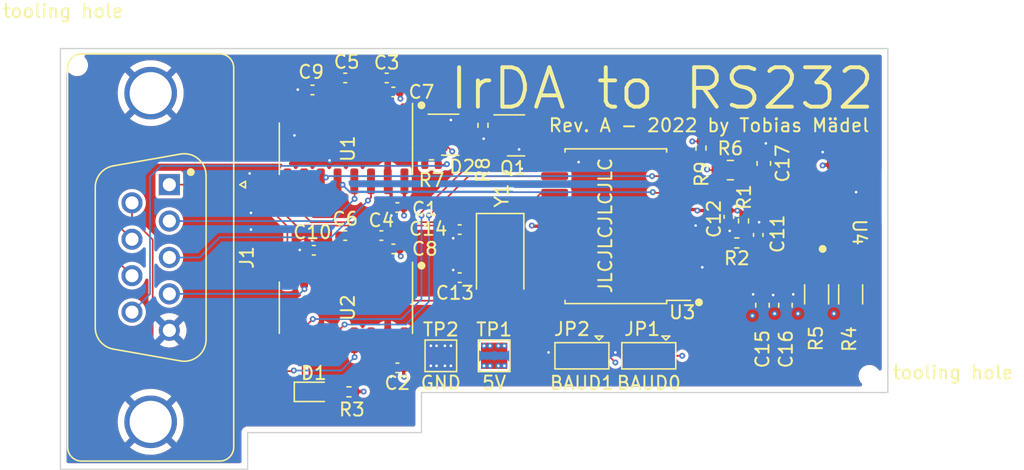
<source format=kicad_pcb>
(kicad_pcb (version 20211014) (generator pcbnew)
  (layers (0 "F.Cu" signal) (1 "In1.Cu" signal) (2 "In2.Cu" signal) (31 "B.Cu" signal) (34 "B.Paste" user) (35 "F.Paste" user) (36 "B.SilkS" user "B.Silkscreen") (37 "F.SilkS" user "F.Silkscreen") (38 "B.Mask" user) (39 "F.Mask" user) (44 "Edge.Cuts" user))
  (net 0 "")
  (net 1 "+5V")
  (net 2 "GND")
  (net 3 "Net-(C3-Pad1)")
  (net 4 "Net-(C3-Pad2)")
  (net 5 "Net-(C4-Pad1)")
  (net 6 "Net-(C4-Pad2)")
  (net 7 "Net-(C5-Pad1)")
  (net 8 "Net-(C5-Pad2)")
  (net 9 "Net-(C6-Pad1)")
  (net 10 "Net-(C6-Pad2)")
  (net 11 "Net-(C7-Pad1)")
  (net 12 "Net-(C8-Pad1)")
  (net 13 "Net-(C10-Pad1)")
  (net 14 "Net-(C11-Pad1)")
  (net 15 "Net-(C13-Pad1)")
  (net 16 "Net-(C14-Pad1)")
  (net 17 "Net-(R2-Pad2)")
  (net 18 "Net-(C9-Pad1)")
  (net 19 "Net-(C17-Pad2)")
  (net 21 "Net-(D1-Pad2)")
  (net 22 "Net-(R4-Pad2)")
  (net 23 "/BAUD0")
  (net 24 "/BAUD1")
  (net 26 "/RS232_DCD")
  (net 27 "/RS232_RXD")
  (net 28 "/RS232_TXD")
  (net 29 "/RS232_DTR")
  (net 30 "/RS232_DSR")
  (net 31 "/RS232_RTS")
  (net 32 "/RS232_CTS")
  (net 33 "/RS232_RING")
  (net 34 "/MCP_RTS")
  (net 35 "/MCP_CTS")
  (net 36 "/MCP_RX")
  (net 37 "/MCP_TX")
  (net 38 "/MCP_CD")
  (net 39 "/MCP_DSR")
  (net 40 "/MCP_DTR")
  (net 41 "/TXIR")
  (net 42 "/RXIR")
  (net 43 "Net-(D2-Pad3)")
  (net 44 "/MCP_RI")
  (footprint "TestPoint:TestPoint_Pad_2.0x2.0mm" (layer "F.Cu") (at 50.2261 66.294)
    (fp_text reference "TP1")
    (fp_text value "5V")
  )
  (footprint "Resistor_SMD:R_0402_1005Metric" (layer "F.Cu") (at 65.9384 50.4952 -90)
    (fp_text reference "R9")
    (fp_text value "10k")
  )
  (footprint "Resistor_SMD:R_0402_1005Metric" (layer "F.Cu") (at 49.3776 48.768 -90)
    (fp_text reference "R8")
    (fp_text value "100k")
  )
  (footprint "Capacitor_SMD:C_0402_1005Metric" (layer "F.Cu") (at 38.9128 45.1612 180)
    (fp_text reference "C5")
    (fp_text value "1uF 25V")
  )
  (footprint "Capacitor_SMD:C_0603_1608Metric" (layer "F.Cu") (at 72.3588 62.4465 -90)
    (fp_text reference "C16")
    (fp_text value "10µF")
  )
  (footprint "Resistor_SMD:R_0402_1005Metric" (layer "F.Cu") (at 39.1922 69.0372 180)
    (fp_text reference "R3")
    (fp_text value "10k")
  )
  (footprint "Capacitor_SMD:C_0402_1005Metric" (layer "F.Cu") (at 36.5252 58.2676 180)
    (fp_text reference "C10")
    (fp_text value "1uF 25V")
  )
  (footprint "Jumper:SolderJumper-3_P1.3mm_Bridged12_Pad1.0x1.5mm" (layer "F.Cu") (at 61.976 66.294 180)
    (fp_text reference "JP1")
    (fp_text value "BAUD0")
  )
  (footprint "Resistor_SMD:R_0402_1005Metric" (layer "F.Cu") (at 69.1745 56.0344 -90)
    (fp_text reference "R1")
    (fp_text value "10k")
  )
  (footprint "Resistor_SMD:R_1206_3216Metric" (layer "F.Cu") (at 77.3118 61.623 90)
    (fp_text reference "R4")
    (fp_text value "10R")
  )
  (footprint "TFDU4301:TFDU4301" (layer "F.Cu") (at 76.2865 54.1528 -90)
    (fp_text reference "U4")
    (fp_text value "TFDU4301")
  )
  (footprint "Package_SO:SOIC-16_3.9x9.9mm_P1.27mm" (layer "F.Cu") (at 38.9636 50.546 -90)
    (fp_text reference "U1")
    (fp_text value "MAX232")
  )
  (footprint "Package_TO_SOT_SMD:SOT-23" (layer "F.Cu") (at 51.8899 49.53)
    (fp_text reference "Q1")
    (fp_text value "2N7002")
  )
  (footprint "Capacitor_SMD:C_0402_1005Metric" (layer "F.Cu") (at 38.9128 57.15 180)
    (fp_text reference "C6")
    (fp_text value "1uF 25V")
  )
  (footprint "Crystal:Crystal_SMD_5032-2Pin_5.0x3.2mm" (layer "F.Cu") (at 50.6833 58.5216 -90)
    (fp_text reference "Y1")
    (fp_text value " 11.0592 MHz")
  )
  (footprint "Capacitor_SMD:C_0402_1005Metric" (layer "F.Cu") (at 42.5704 46.228)
    (fp_text reference "C7")
    (fp_text value "1uF 25V")
  )
  (footprint "Package_SO:SOIC-16_3.9x9.9mm_P1.27mm" (layer "F.Cu") (at 38.9636 62.6364 -90)
    (fp_text reference "U2")
    (fp_text value "MAX232")
  )
  (footprint "Capacitor_SMD:C_0402_1005Metric" (layer "F.Cu") (at 47.6073 60.3504 180)
    (fp_text reference "C13")
    (fp_text value "22pF")
  )
  (footprint "Capacitor_SMD:C_0402_1005Metric" (layer "F.Cu") (at 47.6073 56.6928 180)
    (fp_text reference "C14")
    (fp_text value "22pF")
  )
  (footprint "Capacitor_SMD:C_0402_1005Metric" (layer "F.Cu") (at 41.656 57.15)
    (fp_text reference "C4")
    (fp_text value "1uF 25V")
  )
  (footprint "ToolingHole:ToolingHole_JLCSMT" (layer "F.Cu") (at 78.74 67.818)
    (fp_text reference "H1" hide)
    (fp_text value "MountingHole")
  )
  (footprint "Capacitor_SMD:C_0603_1608Metric" (layer "F.Cu") (at 70.7136 51.6639 -90)
    (fp_text reference "C17")
    (fp_text value "10µF")
  )
  (footprint "LED_SMD:LED_0603_1608Metric" (layer "F.Cu") (at 36.5252 69.0372)
    (fp_text reference "D1")
    (fp_text value "IR link")
  )
  (footprint "Capacitor_SMD:C_0402_1005Metric" (layer "F.Cu") (at 42.8752 67.2084 180)
    (fp_text reference "C2")
    (fp_text value "1uF 25V")
  )
  (footprint "ToolingHole:ToolingHole_JLCSMT" (layer "F.Cu") (at 18.542 44.196)
    (fp_text reference "H2" hide)
    (fp_text value "MountingHole")
  )
  (footprint "Resistor_SMD:R_1206_3216Metric" (layer "F.Cu") (at 74.7268 61.623 90)
    (fp_text reference "R5")
    (fp_text value "10R")
  )
  (footprint "Capacitor_SMD:C_0402_1005Metric" (layer "F.Cu") (at 70.2921 57.1012 90)
    (fp_text reference "C11")
    (fp_text value "100nF")
  )
  (footprint "Capacitor_SMD:C_0402_1005Metric" (layer "F.Cu") (at 42.5704 58.166)
    (fp_text reference "C8")
    (fp_text value "1uF 25V")
  )
  (footprint "Package_TO_SOT_SMD:SOT-23" (layer "F.Cu") (at 46.8884 49.4792)
    (fp_text reference "D2")
    (fp_text value "BAV99")
  )
  (footprint "Capacitor_SMD:C_0402_1005Metric" (layer "F.Cu") (at 42.0624 45.1612)
    (fp_text reference "C3")
    (fp_text value "1uF 25V")
  )
  (footprint "Capacitor_SMD:C_0402_1005Metric" (layer "F.Cu") (at 68.0569 55.7276 -90)
    (fp_text reference "C12")
    (fp_text value "1uF 25V")
  )
  (footprint "Package_SO:SOIC-18W_7.5x11.6mm_P1.27mm" (layer "F.Cu") (at 59.4717 56.4388 180)
    (fp_text reference "U3")
    (fp_text value "MCP2155")
  )
  (footprint "Connector_Dsub:DSUB-9_Male_Vertical_P2.77x2.84mm_MountingHoles" (layer "F.Cu") (at 25.548931 53.2764 -90)
    (fp_text reference "J1")
    (fp_text value "RS232")
  )
  (footprint "Capacitor_SMD:C_0603_1608Metric" (layer "F.Cu") (at 70.612 62.4465 -90)
    (fp_text reference "C15")
    (fp_text value "10µF")
  )
  (footprint "Resistor_SMD:R_0402_1005Metric" (layer "F.Cu") (at 45.466 51.7652 180)
    (fp_text reference "R7")
    (fp_text value "10k")
  )
  (footprint "Resistor_SMD:R_0402_1005Metric" (layer "F.Cu") (at 68.6665 57.7108 180)
    (fp_text reference "R2")
    (fp_text value "10k")
  )
  (footprint "Resistor_SMD:R_0805_2012Metric" (layer "F.Cu") (at 68.1736 52.1719)
    (fp_text reference "R6")
    (fp_text value "4.7R")
  )
  (footprint "Capacitor_SMD:C_0402_1005Metric" (layer "F.Cu") (at 36.4236 46.0756 180)
    (fp_text reference "C9")
    (fp_text value "1uF 25V")
  )
  (footprint "Jumper:SolderJumper-3_P1.3mm_Bridged12_Pad1.0x1.5mm" (layer "F.Cu") (at 56.896 66.294 180)
    (fp_text reference "JP2")
    (fp_text value "BAUD1")
  )
  (footprint "Capacitor_SMD:C_0402_1005Metric" (layer "F.Cu") (at 42.8752 55.0164 180)
    (fp_text reference "C1")
    (fp_text value "1uF 25V")
  )
  (footprint "TestPoint:TestPoint_Pad_2.0x2.0mm" (layer "F.Cu") (at 46.1761 66.294)
    (fp_text reference "TP2")
    (fp_text value "GND")
  )
  (gr_circle (center 65.786 62.23) (end 65.936 62.23) (layer "F.SilkS") (width 0.3) (fill solid))
  (gr_circle (center 44.704 47.244) (end 44.854 47.244) (layer "F.SilkS") (width 0.3) (fill solid))
  (gr_circle (center 75.184 58.166) (end 75.334 58.166) (layer "F.SilkS") (width 0.3) (fill solid))
  (gr_circle (center 27.178 52.324) (end 27.328 52.324) (layer "F.SilkS") (width 0.3) (fill solid))
  (gr_circle (center 44.704 59.436) (end 44.854 59.436) (layer "F.SilkS") (width 0.3) (fill solid))
  (gr_line (start 31.496 72.136) (end 44.704 72.136) (layer "Edge.Cuts") (width 0.1))
  (gr_line (start 44.704 72.136) (end 44.704 69.088) (layer "Edge.Cuts") (width 0.1))
  (gr_line (start 31.496 74.93) (end 17.272 74.93) (layer "Edge.Cuts") (width 0.1))
  (gr_line (start 17.272 74.93) (end 17.272 42.926) (layer "Edge.Cuts") (width 0.1))
  (gr_line (start 17.272 42.926) (end 80.137 42.926) (layer "Edge.Cuts") (width 0.1))
  (gr_line (start 44.704 69.088) (end 80.137 69.088) (layer "Edge.Cuts") (width 0.1))
  (gr_line (start 80.137 42.926) (end 80.137 69.088) (layer "Edge.Cuts") (width 0.1))
  (gr_line (start 31.496 74.93) (end 31.496 72.136) (layer "Edge.Cuts") (width 0.1))
  (gr_text "IrDA to RS232" (at 62.992 45.974) (layer "F.SilkS") (effects (font (size 3 3) (thickness 0.3))))
  (gr_text "JLCJLCJLCJLC" (at 58.674 56.388 90) (layer "F.SilkS") (effects (font (size 1 1))))
  (gr_text "Rev. A - 2022 by Tobias Mädel" (at 66.548 48.768) (layer "F.SilkS") (effects (font (size 1 1))))
  (segment (start 43.0504 58.646) (end 43.1292 58.7248) (width 0.254) (layer "F.Cu") (net 1))
  (segment (start 43.3552 67.2084) (end 43.3552 65.1648) (width 0.254) (layer "F.Cu") (net 1))
  (segment (start 60.198 55.118) (end 64.0709 55.118) (width 0.254) (layer "F.Cu") (net 1))
  (segment (start 65.9384 49.9852) (end 65.28 49.9852) (width 0.127) (layer "F.Cu") (net 1))
  (segment (start 63.276 66.294) (end 64.516 66.294) (width 0.127) (layer "F.Cu") (net 1))
  (segment (start 70.612 63.2215) (end 69.8745 63.2215) (width 1) (layer "F.Cu") (net 1))
  (segment (start 43.3552 55.0164) (end 43.3552 55.6234) (width 0.254) (layer "F.Cu") (net 1))
  (segment (start 43.3552 67.2084) (end 43.3552 67.8662) (width 0.254) (layer "F.Cu") (net 1))
  (segment (start 58.196 66.294) (end 58.928 66.294) (width 0.127) (layer "F.Cu") (net 1))
  (segment (start 43.0504 58.166) (end 43.0504 58.646) (width 0.254) (layer "F.Cu") (net 1))
  (segment (start 39.7022 69.0372) (end 39.9288 69.0372) (width 0.254) (layer "F.Cu") (net 1))
  (segment (start 54.8217 56.4388) (end 58.8772 56.4388) (width 0.254) (layer "F.Cu") (net 1))
  (segment (start 43.0504 46.6826) (end 43.1038 46.736) (width 0.254) (layer "F.Cu") (net 1))
  (segment (start 73.3125 63.0855) (end 71.5345 63.0855) (width 1) (layer "F.Cu") (net 1))
  (segment (start 45.9509 50.4292) (end 46.7208 50.4292) (width 0.127) (layer "F.Cu") (net 1))
  (segment (start 54.8217 56.4388) (end 53.1368 56.4388) (width 0.254) (layer "F.Cu") (net 1))
  (segment (start 65.28 49.9852) (end 65.278 49.9872) (width 0.127) (layer "F.Cu") (net 1))
  (segment (start 75.2222 51.7778) (end 75.184 51.816) (width 0.3) (layer "F.Cu") (net 1))
  (segment (start 68.0569 55.2476) (end 65.6616 55.2476) (width 0.254) (layer "F.Cu") (net 1))
  (segment (start 71.5345 63.0855) (end 70.748 63.0855) (width 1) (layer "F.Cu") (net 1))
  (segment (start 43.3552 55.6234) (end 43.434 55.7022) (width 0.254) (layer "F.Cu") (net 1))
  (segment (start 39.9288 69.0372) (end 39.9542 69.0118) (width 0.254) (layer "F.Cu") (net 1))
  (segment (start 77.3118 63.0855) (end 76.0395 63.0855) (width 1) (layer "F.Cu") (net 1))
  (segment (start 65.5828 55.1688) (end 65.6616 55.2476) (width 0.254) (layer "F.Cu") (net 1))
  (segment (start 43.0504 46.228) (end 43.0504 46.6826) (width 0.254) (layer "F.Cu") (net 1))
  (segment (start 67.2611 52.1719) (end 66.4467 52.1719) (width 0.127) (layer "F.Cu") (net 1))
  (segment (start 68.8977 55.2476) (end 69.1745 55.5244) (width 0.254) (layer "F.Cu") (net 1))
  (segment (start 76.2865 51.7778) (end 75.2222 51.7778) (width 0.3) (layer "F.Cu") (net 1))
  (segment (start 71.6705 63.2215) (end 71.5345 63.0855) (width 1) (layer "F.Cu") (net 1))
  (segment (start 72.3588 63.2215) (end 71.6705 63.2215) (width 1) (layer "F.Cu") (net 1))
  (segment (start 46.7208 50.4292) (end 47.0408 50.7492) (width 0.127) (layer "F.Cu") (net 1))
  (segment (start 74.7268 63.0855) (end 73.3125 63.0855) (width 1) (layer "F.Cu") (net 1))
  (segment (start 43.3552 65.1648) (end 43.4086 65.1114) (width 0.254) (layer "F.Cu") (net 1))
  (segment (start 70.748 63.0855) (end 70.612 63.2215) (width 1) (layer "F.Cu") (net 1))
  (segment (start 69.8745 63.2215) (end 69.85 63.246) (width 1) (layer "F.Cu") (net 1))
  (segment (start 64.1217 55.1688) (end 65.5828 55.1688) (width 0.254) (layer "F.Cu") (net 1))
  (segment (start 43.4086 54.963) (end 43.3552 55.0164) (width 0.254) (layer "F.Cu") (net 1))
  (segment (start 58.8772 56.4388) (end 60.198 55.118) (width 0.254) (layer "F.Cu") (net 1))
  (segment (start 53.1368 56.4388) (end 53.086 56.388) (width 0.254) (layer "F.Cu") (net 1))
  (segment (start 66.4467 52.1719) (end 66.3956 52.1208) (width 0.127) (layer "F.Cu") (net 1))
  (segment (start 58.928 66.294) (end 59.436 66.802) (width 0.127) (layer "F.Cu") (net 1))
  (segment (start 68.0569 55.2476) (end 68.8977 55.2476) (width 0.254) (layer "F.Cu") (net 1))
  (segment (start 39.9542 69.0118) (end 40.3098 69.0118) (width 0.254) (layer "F.Cu") (net 1))
  (segment (start 43.4086 53.021) (end 43.4086 54.963) (width 0.254) (layer "F.Cu") (net 1))
  (segment (start 76.0395 63.0855) (end 73.3125 63.0855) (width 1) (layer "F.Cu") (net 1))
  (segment (start 43.3552 67.8662) (end 43.3832 67.8942) (width 0.254) (layer "F.Cu") (net 1))
  (segment (start 64.0709 55.118) (end 64.1217 55.1688) (width 0.254) (layer "F.Cu") (net 1))
  (via (at 65.6616 55.2476) (size 0.45) (drill 0.2) (layers "F.Cu" "B.Cu") (net 1))
  (via (at 43.3832 67.8942) (size 0.45) (drill 0.2) (layers "F.Cu" "B.Cu") (net 1))
  (via (at 65.278 49.9872) (size 0.45) (drill 0.2) (layers "F.Cu" "B.Cu") (net 1))
  (via (at 50.546 65.532) (size 0.45) (drill 0.2) (layers "F.Cu" "B.Cu") (net 1))
  (via (at 59.436 66.802) (size 0.45) (drill 0.2) (layers "F.Cu" "B.Cu") (net 1))
  (via (at 40.3098 69.0118) (size 0.45) (drill 0.2) (layers "F.Cu" "B.Cu") (net 1))
  (via (at 66.3956 52.1208) (size 0.45) (drill 0.2) (layers "F.Cu" "B.Cu") (net 1))
  (via (at 49.911 65.532) (size 0.45) (drill 0.2) (layers "F.Cu" "B.Cu") (net 1))
  (via (at 49.4538 65.532) (size 0.45) (drill 0.2) (layers "F.Cu" "B.Cu") (net 1))
  (via (at 76.0395 63.0855) (size 0.45) (drill 0.2) (layers "F.Cu" "B.Cu") (net 1))
  (via (at 49.911 67.056) (size 0.45) (drill 0.2) (layers "F.Cu" "B.Cu") (net 1))
  (via (at 49.4538 67.056) (size 0.45) (drill 0.2) (layers "F.Cu" "B.Cu") (net 1))
  (via (at 51.0032 67.056) (size 0.45) (drill 0.2) (layers "F.Cu" "B.Cu") (net 1))
  (via (at 50.546 67.056) (size 0.45) (drill 0.2) (layers "F.Cu" "B.Cu") (net 1))
  (via (at 51.0032 65.532) (size 0.45) (drill 0.2) (layers "F.Cu" "B.Cu") (net 1))
  (via (at 43.1292 58.7248) (size 0.45) (drill 0.2) (layers "F.Cu" "B.Cu") (net 1))
  (via (at 43.1038 46.736) (size 0.45) (drill 0.2) (layers "F.Cu" "B.Cu") (net 1))
  (via (at 68.7096 55.2476) (size 0.45) (drill 0.2) (layers "F.Cu" "B.Cu") (net 1))
  (via (at 64.516 66.294) (size 0.45) (drill 0.2) (layers "F.Cu" "B.Cu") (net 1))
  (via (at 47.0408 50.7492) (size 0.45) (drill 0.2) (layers "F.Cu" "B.Cu") (net 1))
  (via (at 75.184 51.816) (size 0.45) (drill 0.2) (layers "F.Cu" "B.Cu") (net 1))
  (via (at 71.5345 63.0855) (size 0.45) (drill 0.2) (layers "F.Cu" "B.Cu") (net 1))
  (via (at 73.3125 63.0855) (size 0.45) (drill 0.2) (layers "F.Cu" "B.Cu") (net 1))
  (via (at 69.85 63.246) (size 0.45) (drill 0.2) (layers "F.Cu" "B.Cu") (net 1))
  (via (at 43.3832 55.626) (size 0.45) (drill 0.2) (layers "F.Cu" "B.Cu") (net 1))
  (via (at 53.086 56.388) (size 0.45) (drill 0.2) (layers "F.Cu" "B.Cu") (net 1))
  (segment (start 36.0452 58.2676) (end 35.4838 58.2676) (width 0.254) (layer "F.Cu") (net 2))
  (segment (start 64.1217 56.4388) (end 65.4812 56.4388) (width 0.254) (layer "F.Cu") (net 2))
  (segment (start 72.3588 61.6715) (end 72.8977 61.6715) (width 1) (layer "F.Cu") (net 2))
  (segment (start 47.1273 56.6928) (end 47.1273 57.3429) (width 0.254) (layer "F.Cu") (net 2))
  (segment (start 59.69 66.294) (end 59.436 66.04) (width 0.127) (layer "F.Cu") (net 2))
  (segment (start 69.9519 61.6715) (end 69.9008 61.6204) (width 1) (layer "F.Cu") (net 2))
  (segment (start 37.7444 67.2084) (end 42.3952 67.2084) (width 0.127) (layer "F.Cu") (net 2))
  (segment (start 72.8977 61.6715) (end 72.9488 61.6204) (width 1) (layer "F.Cu") (net 2))
  (segment (start 70.7136 50.8889) (end 70.7136 50.292) (width 0.5) (layer "F.Cu") (net 2))
  (segment (start 70.7136 50.292) (end 70.866 50.1396) (width 0.5) (layer "F.Cu") (net 2))
  (segment (start 47.1273 57.3429) (end 47.117 57.3532) (width 0.254) (layer "F.Cu") (net 2))
  (segment (start 70.2921 56.6212) (end 70.2921 56.1999) (width 0.5) (layer "F.Cu") (net 2))
  (segment (start 42.3952 55.0164) (end 42.3952 53.2776) (width 0.254) (layer "F.Cu") (net 2))
  (segment (start 50.9524 50.48) (end 52.004 50.48) (width 0.127) (layer "F.Cu") (net 2))
  (segment (start 35.3314 46.0756) (end 35.306 46.0502) (width 0.254) (layer "F.Cu") (net 2))
  (segment (start 42.3952 67.2084) (end 42.3952 67.8916) (width 0.254) (layer "F.Cu") (net 2))
  (segment (start 47.1273 60.3504) (end 47.1273 59.7765) (width 0.254) (layer "F.Cu") (net 2))
  (segment (start 46.7716 48.5292) (end 46.9392 48.3616) (width 0.127) (layer "F.Cu") (net 2))
  (segment (start 65.7124 56.2076) (end 65.532 56.388) (width 0.254) (layer "F.Cu") (net 2))
  (segment (start 49.3776 49.7332) (end 49.4284 49.784) (width 0.127) (layer "F.Cu") (net 2))
  (segment (start 60.676 66.294) (end 59.69 66.294) (width 0.127) (layer "F.Cu") (net 2))
  (segment (start 70.2921 56.1999) (end 70.358 56.134) (width 0.5) (layer "F.Cu") (net 2))
  (segment (start 47.117 57.3532) (end 47.117 59.7662) (width 0.254) (layer "F.Cu") (net 2))
  (segment (start 42.3952 55.7048) (end 42.418 55.7276) (width 0.254) (layer "F.Cu") (net 2))
  (segment (start 45.9509 48.5292) (end 46.7716 48.5292) (width 0.127) (layer "F.Cu") (net 2))
  (segment (start 77.5538 53.6778) (end 77.724 53.848) (width 1) (layer "F.Cu") (net 2))
  (segment (start 68.0569 56.2076) (end 68.0569 56.7285) (width 0.254) (layer "F.Cu") (net 2))
  (segment (start 70.612 61.6715) (end 69.9519 61.6715) (width 1) (layer "F.Cu") (net 2))
  (segment (start 42.3952 55.0164) (end 42.3952 55.7048) (width 0.254) (layer "F.Cu") (net 2))
  (segment (start 49.3776 49.278) (end 50.5796 50.48) (width 0.127) (layer "F.Cu") (net 2))
  (segment (start 72.3588 61.6715) (end 70.612 61.6715) (width 1) (layer "F.Cu") (net 2))
  (segment (start 42.3952 67.8916) (end 42.3926 67.8942) (width 0.254) (layer "F.Cu") (net 2))
  (segment (start 54.61 66.294) (end 54.356 66.04) (width 0.127) (layer "F.Cu") (net 2))
  (segment (start 68.0569 56.7285) (end 68.1228 56.7944) (width 0.254) (layer "F.Cu") (net 2))
  (segment (start 42.1386 66.9518) (end 42.3952 67.2084) (width 0.254) (layer "F.Cu") (net 2))
  (segment (start 37.0586 66.5226) (end 37.0586 65.1114) (width 0.127) (layer "F.Cu") (net 2))
  (segment (start 52.004 50.48) (end 52.1208 50.5968) (width 0.127) (layer "F.Cu") (net 2))
  (segment (start 35.4838 58.2676) (end 35.4584 58.2422) (width 0.254) (layer "F.Cu") (net 2))
  (segment (start 50.5796 50.48) (end 50.9524 50.48) (width 0.127) (layer "F.Cu") (net 2))
  (segment (start 49.3776 49.278) (end 49.3776 49.7332) (width 0.127) (layer "F.Cu") (net 2))
  (segment (start 37.7444 67.2084) (end 37.0586 66.5226) (width 0.127) (layer "F.Cu") (net 2))
  (segment (start 42.3952 53.2776) (end 42.1386 53.021) (width 0.254) (layer "F.Cu") (net 2))
  (segment (start 68.0569 56.2076) (end 65.7124 56.2076) (width 0.254) (layer "F.Cu") (net 2))
  (segment (start 76.2865 53.6778) (end 77.5538 53.6778) (width 1) (layer "F.Cu") (net 2))
  (segment (start 35.9436 46.0756) (end 35.3314 46.0756) (width 0.254) (layer "F.Cu") (net 2))
  (segment (start 70.7747 50.8278) (end 76.2865 50.8278) (width 0.5) (layer "F.Cu") (net 2))
  (segment (start 65.4812 56.4388) (end 65.532 56.388) (width 0.254) (layer "F.Cu") (net 2))
  (segment (start 75.2118 50.8278) (end 75.184 50.8) (width 0.3) (layer "F.Cu") (net 2))
  (segment (start 47.1273 59.7765) (end 47.117 59.7662) (width 0.254) (layer "F.Cu") (net 2))
  (segment (start 70.7136 50.8889) (end 70.7747 50.8278) (width 0.5) (layer "F.Cu") (net 2))
  (segment (start 55.596 66.294) (end 54.61 66.294) (width 0.127) (layer "F.Cu") (net 2))
  (segment (start 42.1386 65.1114) (end 42.1386 66.9518) (width 0.254) (layer "F.Cu") (net 2))
  (via (at 52.324 52.07) (size 0.45) (drill 0.2) (layers "F.Cu" "B.Cu") (net 2))
  (via (at 46.9392 67.056) (size 0.45) (drill 0.2) (layers "F.Cu" "B.Cu") (net 2))
  (via (at 42.418 55.626) (size 0.45) (drill 0.2) (layers "F.Cu" "B.Cu") (net 2))
  (via (at 46.9392 48.3616) (size 0.45) (drill 0.2) (layers "F.Cu" "B.Cu") (net 2))
  (via (at 68.1228 56.7944) (size 0.45) (drill 0.2) (layers "F.Cu" "B.Cu") (net 2))
  (via (at 31.75 55.4228) (size 0.45) (drill 0.2) (layers "F.Cu" "B.Cu") (net 2))
  (via (at 56.642 51.562) (size 0.45) (drill 0.2) (layers "F.Cu" "B.Cu") (net 2))
  (via (at 70.358 56.134) (size 0.45) (drill 0.2) (layers "F.Cu" "B.Cu") (net 2))
  (via (at 46.9392 65.532) (size 0.45) (drill 0.2) (layers "F.Cu" "B.Cu") (net 2))
  (via (at 35.052 49.53) (size 0.45) (drill 0.2) (layers "F.Cu" "B.Cu") (net 2))
  (via (at 45.847 65.532) (size 0.45) (drill 0.2) (layers "F.Cu" "B.Cu") (net 2))
  (via (at 47.117 59.7662) (size 0.45) (drill 0.2) (layers "F.Cu" "B.Cu") (net 2))
  (via (at 52.1208 50.5968) (size 0.45) (drill 0.2) (layers "F.Cu" "B.Cu") (net 2))
  (via (at 75.184 50.8) (size 0.45) (drill 0.2) (layers "F.Cu" "B.Cu") (net 2))
  (via (at 66.04 59.563) (size 0.45) (drill 0.2) (layers "F.Cu" "B.Cu") (net 2))
  (via (at 46.482 65.532) (size 0.45) (drill 0.2) (layers "F.Cu" "B.Cu") (net 2))
  (via (at 72.9488 61.6204) (size 0.45) (drill 0.2) (layers "F.Cu" "B.Cu") (net 2))
  (via (at 70.866 50.1396) (size 0.45) (drill 0.2) (layers "F.Cu" "B.Cu") (net 2))
  (via (at 54.356 66.04) (size 0.45) (drill 0.2) (layers "F.Cu" "B.Cu") (net 2))
  (via (at 31.6484 52.4256) (size 0.45) (drill 0.2) (layers "F.Cu" "B.Cu") (net 2))
  (via (at 69.9008 61.6204) (size 0.45) (drill 0.2) (layers "F.Cu" "B.Cu") (net 2))
  (via (at 49.4284 49.784) (size 0.45) (drill 0.2) (layers "F.Cu" "B.Cu") (net 2))
  (via (at 45.847 67.056) (size 0.45) (drill 0.2) (layers "F.Cu" "B.Cu") (net 2))
  (via (at 31.75 56.6928) (size 0.45) (drill 0.2) (layers "F.Cu" "B.Cu") (net 2))
  (via (at 46.482 67.056) (size 0.45) (drill 0.2) (layers "F.Cu" "B.Cu") (net 2))
  (via (at 35.4584 58.2422) (size 0.45) (drill 0.2) (layers "F.Cu" "B.Cu") (net 2))
  (via (at 59.436 66.04) (size 0.45) (drill 0.2) (layers "F.Cu" "B.Cu") (net 2))
  (via (at 35.306 46.0502) (size 0.45) (drill 0.2) (layers "F.Cu" "B.Cu") (net 2))
  (via (at 65.532 56.388) (size 0.45) (drill 0.2) (layers "F.Cu" "B.Cu") (net 2))
  (via (at 77.724 53.848) (size 0.45) (drill 0.2) (layers "F.Cu" "B.Cu") (net 2))
  (via (at 45.4152 67.056) (size 0.45) (drill 0.2) (layers "F.Cu" "B.Cu") (net 2))
  (via (at 42.3926 67.8942) (size 0.45) (drill 0.2) (layers "F.Cu" "B.Cu") (net 2))
  (via (at 45.4152 65.532) (size 0.45) (drill 0.2) (layers "F.Cu" "B.Cu") (net 2))
  (via (at 71.4245 61.6715) (size 0.45) (drill 0.2) (layers "F.Cu" "B.Cu") (net 2))
  (via (at 37.719 51.435) (size 0.45) (drill 0.2) (layers "F.Cu" "B.Cu") (net 2))
  (via (at 47.117 57.3532) (size 0.45) (drill 0.2) (layers "F.Cu" "B.Cu") (net 2))
  (segment (start 40.8686 45.875) (end 40.8686 48.071) (width 0.254) (layer "F.Cu") (net 3))
  (segment (start 41.5824 45.1612) (end 40.8686 45.875) (width 0.254) (layer "F.Cu") (net 3))
  (segment (start 43.4086 48.071) (end 43.4086 47.244) (width 0.254) (layer "F.Cu") (net 4))
  (segment (start 43.7388 47.7408) (end 43.7388 45.5676) (width 0.254) (layer "F.Cu") (net 4))
  (segment (start 43.3324 45.1612) (end 43.7388 45.5676) (width 0.254) (layer "F.Cu") (net 4))
  (segment (start 42.5424 45.1612) (end 43.3324 45.1612) (width 0.254) (layer "F.Cu") (net 4))
  (segment (start 43.4086 48.071) (end 43.7388 47.7408) (width 0.254) (layer "F.Cu") (net 4))
  (segment (start 40.8686 57.4574) (end 41.176 57.15) (width 0.254) (layer "F.Cu") (net 5))
  (segment (start 40.8686 60.1614) (end 40.8686 57.4574) (width 0.254) (layer "F.Cu") (net 5))
  (segment (start 43.7896 59.7804) (end 43.7896 58.2422) (width 0.254) (layer "F.Cu") (net 6))
  (segment (start 43.7896 58.2422) (end 43.7896 57.5818) (width 0.254) (layer "F.Cu") (net 6))
  (segment (start 42.136 57.15) (end 43.3578 57.15) (width 0.254) (layer "F.Cu") (net 6))
  (segment (start 43.3578 57.15) (end 43.7896 57.5818) (width 0.254) (layer "F.Cu") (net 6))
  (segment (start 43.4086 60.1614) (end 43.7896 59.7804) (width 0.254) (layer "F.Cu") (net 6))
  (segment (start 39.5986 45.367) (end 39.3928 45.1612) (width 0.254) (layer "F.Cu") (net 7))
  (segment (start 39.5986 48.071) (end 39.5986 45.367) (width 0.254) (layer "F.Cu") (net 7))
  (segment (start 38.3286 45.2654) (end 38.4328 45.1612) (width 0.254) (layer "F.Cu") (net 8))
  (segment (start 38.3286 48.071) (end 38.3286 45.2654) (width 0.254) (layer "F.Cu") (net 8))
  (segment (start 39.5986 57.3558) (end 39.3928 57.15) (width 0.254) (layer "F.Cu") (net 9))
  (segment (start 39.5986 60.1614) (end 39.5986 57.3558) (width 0.254) (layer "F.Cu") (net 9))
  (segment (start 38.3286 60.1614) (end 38.3286 57.2542) (width 0.254) (layer "F.Cu") (net 10))
  (segment (start 38.3286 57.2542) (end 38.4328 57.15) (width 0.254) (layer "F.Cu") (net 10))
  (segment (start 42.0904 46.228) (end 42.0904 48.0228) (width 0.254) (layer "F.Cu") (net 11))
  (segment (start 42.0904 48.0228) (end 42.1386 48.071) (width 0.254) (layer "F.Cu") (net 11))
  (segment (start 42.0904 60.1132) (end 42.1386 60.1614) (width 0.254) (layer "F.Cu") (net 12))
  (segment (start 42.0904 58.166) (end 42.0904 60.1132) (width 0.254) (layer "F.Cu") (net 12))
  (segment (start 37.0586 60.1614) (end 37.0586 58.321) (width 0.254) (layer "F.Cu") (net 13))
  (segment (start 37.0586 58.321) (end 37.0052 58.2676) (width 0.254) (layer "F.Cu") (net 13))
  (segment (start 70.1625 57.7108) (end 70.2921 57.5812) (width 0.127) (layer "F.Cu") (net 14))
  (segment (start 69.1745 57.7088) (end 69.1765 57.7108) (width 0.127) (layer "F.Cu") (net 14))
  (segment (start 69.1765 57.7108) (end 70.1625 57.7108) (width 0.127) (layer "F.Cu") (net 14))
  (segment (start 69.1745 56.5444) (end 69.1745 57.7088) (width 0.127) (layer "F.Cu") (net 14))
  (segment (start 54.8217 58.9788) (end 52.0761 58.9788) (width 0.254) (layer "F.Cu") (net 15))
  (segment (start 52.0761 58.9788) (end 50.6833 60.3716) (width 0.254) (layer "F.Cu") (net 15))
  (segment (start 48.1085 60.3716) (end 48.0873 60.3504) (width 0.254) (layer "F.Cu") (net 15))
  (segment (start 50.6833 60.3716) (end 48.1085 60.3716) (width 0.254) (layer "F.Cu") (net 15))
  (segment (start 48.1085 56.6716) (end 50.6833 56.6716) (width 0.254) (layer "F.Cu") (net 16))
  (segment (start 51.7205 57.7088) (end 54.8217 57.7088) (width 0.254) (layer "F.Cu") (net 16))
  (segment (start 50.6833 56.6716) (end 51.7205 57.7088) (width 0.254) (layer "F.Cu") (net 16))
  (segment (start 48.0873 56.6928) (end 48.1085 56.6716) (width 0.254) (layer "F.Cu") (net 16))
  (segment (start 64.1217 57.7088) (end 68.1545 57.7088) (width 0.127) (layer "F.Cu") (net 17))
  (segment (start 68.1545 57.7088) (end 68.1565 57.7108) (width 0.127) (layer "F.Cu") (net 17))
  (segment (start 36.9036 47.916) (end 37.0586 48.071) (width 0.254) (layer "F.Cu") (net 18))
  (segment (start 36.9036 46.0756) (end 36.9036 47.916) (width 0.254) (layer "F.Cu") (net 18))
  (segment (start 69.642 52.7278) (end 76.2865 52.7278) (width 0.5) (layer "F.Cu") (net 19))
  (segment (start 69.0861 52.1719) (end 69.642 52.7278) (width 0.5) (layer "F.Cu") (net 19))
  (segment (start 38.6822 69.0372) (end 37.3127 69.0372) (width 0.254) (layer "F.Cu") (net 21))
  (segment (start 77.3118 60.1605) (end 76.9245 60.1605) (width 1) (layer "F.Cu") (net 22))
  (segment (start 77.3118 60.1605) (end 77.3118 59.6261) (width 1) (layer "F.Cu") (net 22))
  (segment (start 76.9245 60.1605) (end 76.2 59.436) (width 1) (layer "F.Cu") (net 22))
  (segment (start 76.2865 57.4778) (end 76.2865 58.6008) (width 1) (layer "F.Cu") (net 22))
  (segment (start 76.2865 58.6008) (end 74.7268 60.1605) (width 1) (layer "F.Cu") (net 22))
  (segment (start 77.3118 59.6261) (end 76.2865 58.6008) (width 1) (layer "F.Cu") (net 22))
  (segment (start 77.3118 60.1605) (end 74.7268 60.1605) (width 1) (layer "F.Cu") (net 22))
  (segment (start 61.976 65.024) (end 61.976 66.294) (width 0.127) (layer "F.Cu") (net 23))
  (segment (start 64.1217 61.5188) (end 64.1217 62.8783) (width 0.127) (layer "F.Cu") (net 23))
  (segment (start 64.1217 62.8783) (end 61.976 65.024) (width 0.127) (layer "F.Cu") (net 23))
  (segment (start 54.8217 62.9497) (end 54.8217 61.5188) (width 0.127) (layer "F.Cu") (net 24))
  (segment (start 56.896 65.024) (end 54.8217 62.9497) (width 0.127) (layer "F.Cu") (net 24))
  (segment (start 56.896 66.294) (end 56.896 65.024) (width 0.127) (layer "F.Cu") (net 24))
  (segment (start 34.5186 56.4642) (end 31.3308 53.2764) (width 0.127) (layer "F.Cu") (net 26))
  (segment (start 34.5186 60.1614) (end 34.5186 56.4642) (width 0.127) (layer "F.Cu") (net 26))
  (segment (start 31.3308 53.2764) (end 25.548931 53.2764) (width 0.127) (layer "F.Cu") (net 26))
  (segment (start 39.624 54.356) (end 39.624 53.0464) (width 0.127) (layer "F.Cu") (net 27))
  (segment (start 39.624 53.0464) (end 39.5986 53.021) (width 0.127) (layer "F.Cu") (net 27))
  (via (at 39.624 54.356) (size 0.45) (drill 0.2) (layers "F.Cu" "B.Cu") (net 27))
  (segment (start 37.9336 56.0464) (end 39.624 54.356) (width 0.127) (layer "B.Cu") (net 27))
  (segment (start 25.548931 56.0464) (end 37.9336 56.0464) (width 0.127) (layer "B.Cu") (net 27))
  (segment (start 40.8686 53.021) (end 40.8686 54.2544) (width 0.127) (layer "F.Cu") (net 28))
  (segment (start 40.8686 54.2544) (end 40.64 54.483) (width 0.127) (layer "F.Cu") (net 28))
  (via (at 40.64 54.483) (size 0.45) (drill 0.2) (layers "F.Cu" "B.Cu") (net 28))
  (segment (start 37.846 57.277) (end 40.64 54.483) (width 0.127) (layer "B.Cu") (net 28))
  (segment (start 25.548931 58.8164) (end 27.8484 58.8164) (width 0.127) (layer "B.Cu") (net 28))
  (segment (start 27.8484 58.8164) (end 29.3878 57.277) (width 0.127) (layer "B.Cu") (net 28))
  (segment (start 29.3878 57.277) (end 37.846 57.277) (width 0.127) (layer "B.Cu") (net 28))
  (segment (start 35.814 60.1868) (end 35.7886 60.1614) (width 0.127) (layer "F.Cu") (net 29))
  (segment (start 35.814 61.214) (end 35.814 60.1868) (width 0.127) (layer "F.Cu") (net 29))
  (via (at 35.814 61.214) (size 0.45) (drill 0.2) (layers "F.Cu" "B.Cu") (net 29))
  (segment (start 35.4416 61.5864) (end 35.814 61.214) (width 0.127) (layer "B.Cu") (net 29))
  (segment (start 25.548931 61.5864) (end 35.4416 61.5864) (width 0.127) (layer "B.Cu") (net 29))
  (segment (start 22.708931 54.6614) (end 22.708931 55.881331) (width 0.127) (layer "F.Cu") (net 30))
  (segment (start 24.2824 65.9384) (end 25.8064 67.4624) (width 0.127) (layer "F.Cu") (net 30))
  (segment (start 24.2824 57.4548) (end 24.2824 62.8396) (width 0.127) (layer "F.Cu") (net 30))
  (segment (start 34.9504 67.4624) (end 35.0012 67.4116) (width 0.127) (layer "F.Cu") (net 30))
  (segment (start 25.8064 67.4624) (end 34.9504 67.4624) (width 0.127) (layer "F.Cu") (net 30))
  (segment (start 39.5986 66.3702) (end 39.5986 65.1114) (width 0.127) (layer "F.Cu") (net 30))
  (segment (start 22.708931 55.881331) (end 24.2824 57.4548) (width 0.127) (layer "F.Cu") (net 30))
  (segment (start 39.624 66.3956) (end 39.5986 66.3702) (width 0.127) (layer "F.Cu") (net 30))
  (segment (start 24.2824 62.8396) (end 24.2824 65.9384) (width 0.127) (layer "F.Cu") (net 30))
  (via (at 39.624 66.3956) (size 0.45) (drill 0.2) (layers "F.Cu" "B.Cu") (net 30))
  (via (at 35.0012 67.4116) (size 0.45) (drill 0.2) (layers "F.Cu" "B.Cu") (net 30))
  (segment (start 38.608 67.4116) (end 39.624 66.3956) (width 0.127) (layer "B.Cu") (net 30))
  (segment (start 35.0012 67.4116) (end 38.608 67.4116) (width 0.127) (layer "B.Cu") (net 30))
  (segment (start 34.4424 51.3588) (end 35.8648 49.9364) (width 0.127) (layer "F.Cu") (net 31))
  (segment (start 35.8648 48.1472) (end 35.7886 48.071) (width 0.127) (layer "F.Cu") (net 31))
  (segment (start 21.082 53.2892) (end 23.0124 51.3588) (width 0.127) (layer "F.Cu") (net 31))
  (segment (start 22.708931 57.4314) (end 21.082 55.804469) (width 0.127) (layer "F.Cu") (net 31))
  (segment (start 23.0124 51.3588) (end 34.4424 51.3588) (width 0.127) (layer "F.Cu") (net 31))
  (segment (start 35.8648 49.9364) (end 35.8648 48.1472) (width 0.127) (layer "F.Cu") (net 31))
  (segment (start 21.082 55.804469) (end 21.082 53.2892) (width 0.127) (layer "F.Cu") (net 31))
  (segment (start 33.528 50.6984) (end 34.5186 49.7078) (width 0.127) (layer "F.Cu") (net 32))
  (segment (start 22.5552 50.6984) (end 33.528 50.6984) (width 0.127) (layer "F.Cu") (net 32))
  (segment (start 20.4216 57.914069) (end 20.4216 52.832) (width 0.127) (layer "F.Cu") (net 32))
  (segment (start 34.5186 49.7078) (end 34.5186 48.071) (width 0.127) (layer "F.Cu") (net 32))
  (segment (start 22.708931 60.2014) (end 20.4216 57.914069) (width 0.127) (layer "F.Cu") (net 32))
  (segment (start 20.4216 52.832) (end 22.5552 50.6984) (width 0.127) (layer "F.Cu") (net 32))
  (segment (start 45.976 51.7652) (end 46.5836 51.7652) (width 0.127) (layer "F.Cu") (net 33))
  (segment (start 46.5836 51.7652) (end 46.6344 51.7144) (width 0.127) (layer "F.Cu") (net 33))
  (via (at 46.6344 51.7144) (size 0.45) (drill 0.2) (layers "F.Cu" "B.Cu") (net 33))
  (segment (start 24.0792 52.6796) (end 24.0792 61.601131) (width 0.127) (layer "B.Cu") (net 33))
  (segment (start 24.908789 51.850011) (end 24.0792 52.6796) (width 0.127) (layer "B.Cu") (net 33))
  (segment (start 24.0792 61.601131) (end 22.708931 62.9714) (width 0.127) (layer "B.Cu") (net 33))
  (segment (start 46.6344 51.7144) (end 46.498789 51.850011) (width 0.127) (layer "B.Cu") (net 33))
  (segment (start 46.498789 51.850011) (end 24.908789 51.850011) (width 0.127) (layer "B.Cu") (net 33))
  (segment (start 54.8217 55.1688) (end 47.0662 55.1688) (width 0.127) (layer "F.Cu") (net 34))
  (segment (start 35.179 56.388) (end 34.5186 55.7276) (width 0.127) (layer "F.Cu") (net 34))
  (segment (start 45.847 56.388) (end 35.179 56.388) (width 0.127) (layer "F.Cu") (net 34))
  (segment (start 34.5186 55.7276) (end 34.5186 53.021) (width 0.127) (layer "F.Cu") (net 34))
  (segment (start 47.0662 55.1688) (end 45.847 56.388) (width 0.127) (layer "F.Cu") (net 34))
  (segment (start 47.012469 54.864) (end 45.741989 56.13448) (width 0.127) (layer "F.Cu") (net 35))
  (segment (start 36.32248 56.13448) (end 35.7886 55.6006) (width 0.127) (layer "F.Cu") (net 35))
  (segment (start 53.7972 53.8988) (end 52.832 54.864) (width 0.127) (layer "F.Cu") (net 35))
  (segment (start 54.8217 53.8988) (end 53.7972 53.8988) (width 0.127) (layer "F.Cu") (net 35))
  (segment (start 45.741989 56.13448) (end 36.32248 56.13448) (width 0.127) (layer "F.Cu") (net 35))
  (segment (start 52.832 54.864) (end 47.012469 54.864) (width 0.127) (layer "F.Cu") (net 35))
  (segment (start 35.7886 55.6006) (end 35.7886 53.021) (width 0.127) (layer "F.Cu") (net 35))
  (segment (start 64.1217 52.6288) (end 62.23 52.6288) (width 0.127) (layer "F.Cu") (net 36))
  (segment (start 37.3492 52.7304) (end 37.0586 53.021) (width 0.127) (layer "F.Cu") (net 36))
  (segment (start 37.4396 52.7304) (end 37.3492 52.7304) (width 0.127) (layer "F.Cu") (net 36))
  (segment (start 37.0586 53.021) (end 37.0586 52.83514) (width 0.127) (layer "F.Cu") (net 36))
  (segment (start 37.0586 52.83514) (end 37.084 52.80974) (width 0.127) (layer "F.Cu") (net 36))
  (via (at 62.23 52.6288) (size 0.45) (drill 0.2) (layers "F.Cu" "B.Cu") (net 36))
  (via (at 37.4396 52.7304) (size 0.45) (drill 0.2) (layers "F.Cu" "B.Cu") (net 36))
  (segment (start 62.23 52.6288) (end 37.5412 52.6288) (width 0.127) (layer "B.Cu") (net 36))
  (segment (start 37.5412 52.6288) (end 37.4396 52.7304) (width 0.127) (layer "B.Cu") (net 36))
  (segment (start 38.5968 53.2892) (end 38.3286 53.021) (width 0.127) (layer "F.Cu") (net 37))
  (segment (start 38.7096 53.2892) (end 38.5968 53.2892) (width 0.127) (layer "F.Cu") (net 37))
  (segment (start 62.3316 53.8988) (end 62.2808 53.848) (width 0.127) (layer "F.Cu") (net 37))
  (segment (start 64.1217 53.8988) (end 62.3316 53.8988) (width 0.127) (layer "F.Cu") (net 37))
  (via (at 62.2808 53.848) (size 0.45) (drill 0.2) (layers "F.Cu" "B.Cu") (net 37))
  (via (at 38.7096 53.2892) (size 0.45) (drill 0.2) (layers "F.Cu" "B.Cu") (net 37))
  (segment (start 62.2808 53.848) (end 39.2684 53.848) (width 0.127) (layer "B.Cu") (net 37))
  (segment (start 38.7096 53.2892) (end 39.2176 53.7972) (width 0.127) (layer "B.Cu") (net 37))
  (segment (start 45.3644 53.7972) (end 51.6128 53.7972) (width 0.127) (layer "B.Cu") (net 37))
  (segment (start 39.2684 53.848) (end 38.7096 53.2892) (width 0.127) (layer "B.Cu") (net 37))
  (segment (start 39.2176 53.7972) (end 45.3644 53.7972) (width 0.127) (layer "B.Cu") (net 37))
  (segment (start 52.451 62.103) (end 35.56 62.103) (width 0.127) (layer "F.Cu") (net 38))
  (segment (start 35.56 62.103) (end 34.5186 63.1444) (width 0.127) (layer "F.Cu") (net 38))
  (segment (start 54.8217 60.2488) (end 54.58584 60.2488) (width 0.127) (layer "F.Cu") (net 38))
  (segment (start 52.959 60.833) (end 52.959 61.595) (width 0.127) (layer "F.Cu") (net 38))
  (segment (start 53.467 60.325) (end 52.959 60.833) (width 0.127) (layer "F.Cu") (net 38))
  (segment (start 54.58584 60.2488) (end 54.50964 60.325) (width 0.127) (layer "F.Cu") (net 38))
  (segment (start 52.959 61.595) (end 52.451 62.103) (width 0.127) (layer "F.Cu") (net 38))
  (segment (start 54.50964 60.325) (end 53.467 60.325) (width 0.127) (layer "F.Cu") (net 38))
  (segment (start 34.5186 63.1444) (end 34.5186 65.1114) (width 0.127) (layer "F.Cu") (net 38))
  (segment (start 36.449 63.5) (end 35.7886 64.1604) (width 0.127) (layer "F.Cu") (net 39))
  (segment (start 35.7886 64.1604) (end 35.7886 65.1114) (width 0.127) (layer "F.Cu") (net 39))
  (segment (start 54.8217 51.3588) (end 48.7172 51.3588) (width 0.127) (layer "F.Cu") (net 39))
  (segment (start 35.7377 65.1623) (end 35.7886 65.1114) (width 0.254) (layer "F.Cu") (net 39))
  (segment (start 44.704 55.372) (end 44.704 55.626) (width 0.127) (layer "F.Cu") (net 39))
  (segment (start 35.7377 69.0372) (end 35.7377 65.1623) (width 0.254) (layer "F.Cu") (net 39))
  (segment (start 48.7172 51.3588) (end 44.704 55.372) (width 0.127) (layer "F.Cu") (net 39))
  (via (at 44.704 55.626) (size 0.45) (drill 0.2) (layers "F.Cu" "B.Cu") (net 39))
  (via (at 36.449 63.5) (size 0.45) (drill 0.2) (layers "F.Cu" "B.Cu") (net 39))
  (segment (start 43.18 63.5) (end 36.449 63.5) (width 0.127) (layer "B.Cu") (net 39))
  (segment (start 44.704 61.976) (end 43.815 62.865) (width 0.127) (layer "B.Cu") (net 39))
  (segment (start 43.815 62.865) (end 43.18 63.5) (width 0.127) (layer "B.Cu") (net 39))
  (segment (start 44.704 55.626) (end 44.704 61.976) (width 0.127) (layer "B.Cu") (net 39))
  (segment (start 38.3286 64.4484) (end 38.862 63.915) (width 0.127) (layer "F.Cu") (net 40))
  (segment (start 38.3286 65.1114) (end 38.3286 64.4484) (width 0.127) (layer "F.Cu") (net 40))
  (segment (start 54.8217 52.6288) (end 48.277703 52.6288) (width 0.127) (layer "F.Cu") (net 40))
  (segment (start 48.277703 52.6288) (end 45.280503 55.626) (width 0.127) (layer "F.Cu") (net 40))
  (via (at 45.280503 55.626) (size 0.45) (drill 0.2) (layers "F.Cu" "B.Cu") (net 40))
  (via (at 38.862 63.915) (size 0.45) (drill 0.2) (layers "F.Cu" "B.Cu") (net 40))
  (segment (start 43.527 63.915) (end 38.862 63.915) (width 0.127) (layer "B.Cu") (net 40))
  (segment (start 45.280503 55.626) (end 45.280503 62.161497) (width 0.127) (layer "B.Cu") (net 40))
  (segment (start 43.688 63.754) (end 43.527 63.915) (width 0.127) (layer "B.Cu") (net 40))
  (segment (start 45.280503 62.161497) (end 43.688 63.754) (width 0.127) (layer "B.Cu") (net 40))
  (segment (start 64.1217 60.2488) (end 69.1388 60.2488) (width 0.127) (layer "F.Cu") (net 41))
  (segment (start 74.58465 56.80465) (end 74.422 56.9673) (width 0.127) (layer "F.Cu") (net 41))
  (segment (start 75.8115 55.5778) (end 74.58465 56.80465) (width 0.127) (layer "F.Cu") (net 41))
  (segment (start 76.2865 55.5778) (end 75.8115 55.5778) (width 0.127) (layer "F.Cu") (net 41))
  (segment (start 71.1405 60.2488) (end 69.1388 60.2488) (width 0.127) (layer "F.Cu") (net 41))
  (segment (start 74.58465 56.80465) (end 71.1405 60.2488) (width 0.127) (layer "F.Cu") (net 41))
  (segment (start 71.4605 58.9788) (end 75.8115 54.6278) (width 0.127) (layer "F.Cu") (net 42))
  (segment (start 64.1217 58.9788) (end 71.4605 58.9788) (width 0.127) (layer "F.Cu") (net 42))
  (segment (start 75.8115 54.6278) (end 76.2865 54.6278) (width 0.127) (layer "F.Cu") (net 42))
  (segment (start 49.6996 48.58) (end 49.3776 48.258) (width 0.127) (layer "F.Cu") (net 43))
  (segment (start 44.956 49.8368) (end 45.3136 49.4792) (width 0.127) (layer "F.Cu") (net 43))
  (segment (start 48.1564 49.4792) (end 49.3776 48.258) (width 0.127) (layer "F.Cu") (net 43))
  (segment (start 44.956 51.7652) (end 44.956 49.8368) (width 0.127) (layer "F.Cu") (net 43))
  (segment (start 45.3136 49.4792) (end 47.8259 49.4792) (width 0.127) (layer "F.Cu") (net 43))
  (segment (start 50.9524 48.58) (end 49.6996 48.58) (width 0.127) (layer "F.Cu") (net 43))
  (segment (start 47.8259 49.4792) (end 48.1564 49.4792) (width 0.127) (layer "F.Cu") (net 43))
  (segment (start 55.5752 49.53) (end 52.8274 49.53) (width 0.127) (layer "F.Cu") (net 44))
  (segment (start 65.5848 51.3588) (end 65.9384 51.0052) (width 0.127) (layer "F.Cu") (net 44))
  (segment (start 64.1217 51.3588) (end 57.404 51.3588) (width 0.127) (layer "F.Cu") (net 44))
  (segment (start 64.1217 51.3588) (end 65.5848 51.3588) (width 0.127) (layer "F.Cu") (net 44))
  (segment (start 57.404 51.3588) (end 55.5752 49.53) (width 0.127) (layer "F.Cu") (net 44))
  (zone (net 2) (net_name "GND") (layers F&B.Cu) (name "GNDFill") (priority 5) (connect_pads (clearance 0.254)) (min_thickness 0.254) (fill yes (thermal_gap 0.508) (thermal_bridge_width 0.508))
    (polygon (pts (xy 80.264 74.93) (xy 17.272 74.93) (xy 17.272 42.926) (xy 80.264 42.926)))
  )
)
</source>
